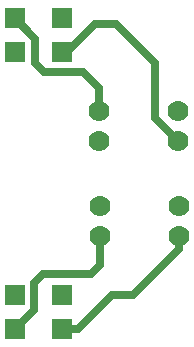
<source format=gbr>
G04 #@! TF.GenerationSoftware,KiCad,Pcbnew,(5.1.6)-1*
G04 #@! TF.CreationDate,2021-04-29T20:15:04-05:00*
G04 #@! TF.ProjectId,BEncoderBoard3(2),42456e63-6f64-4657-9242-6f6172643328,rev?*
G04 #@! TF.SameCoordinates,Original*
G04 #@! TF.FileFunction,Copper,L2,Bot*
G04 #@! TF.FilePolarity,Positive*
%FSLAX46Y46*%
G04 Gerber Fmt 4.6, Leading zero omitted, Abs format (unit mm)*
G04 Created by KiCad (PCBNEW (5.1.6)-1) date 2021-04-29 20:15:04*
%MOMM*%
%LPD*%
G01*
G04 APERTURE LIST*
G04 #@! TA.AperFunction,ComponentPad*
%ADD10R,1.700000X1.700000*%
G04 #@! TD*
G04 #@! TA.AperFunction,ComponentPad*
%ADD11C,1.778000*%
G04 #@! TD*
G04 #@! TA.AperFunction,Conductor*
%ADD12C,0.635000*%
G04 #@! TD*
G04 APERTURE END LIST*
D10*
X171300000Y-97982200D03*
X171300000Y-100819200D03*
X167300000Y-100819200D03*
X167300000Y-97982200D03*
D11*
X174465399Y-108361399D03*
X181165399Y-108361399D03*
X174465399Y-105821399D03*
X181165399Y-105821399D03*
D10*
X171300000Y-124248800D03*
X171300000Y-121412000D03*
X167300000Y-121412000D03*
X167300000Y-124248800D03*
D11*
X174485401Y-116409801D03*
X181185401Y-116409801D03*
X174485401Y-113869801D03*
X181185401Y-113869801D03*
D12*
X168910000Y-122638800D02*
X167300000Y-124248800D01*
X174485401Y-118884599D02*
X173736000Y-119634000D01*
X173736000Y-119634000D02*
X169672000Y-119634000D01*
X168910000Y-120396000D02*
X168910000Y-122638800D01*
X174485401Y-116409801D02*
X174485401Y-118884599D01*
X169672000Y-119634000D02*
X168910000Y-120396000D01*
X181185401Y-117518599D02*
X181185401Y-116409801D01*
X177292000Y-121412000D02*
X181185401Y-117518599D01*
X171300000Y-124248800D02*
X172677200Y-124248800D01*
X175514000Y-121412000D02*
X177292000Y-121412000D01*
X172677200Y-124248800D02*
X175514000Y-121412000D01*
X171734800Y-100819200D02*
X171300000Y-100819200D01*
X179208000Y-106404000D02*
X179208000Y-101728000D01*
X174128000Y-98426000D02*
X171734800Y-100819200D01*
X181165399Y-108361399D02*
X179208000Y-106404000D01*
X175906000Y-98426000D02*
X174128000Y-98426000D01*
X179208000Y-101728000D02*
X175906000Y-98426000D01*
X174465399Y-103835501D02*
X173119898Y-102490000D01*
X174465399Y-105821399D02*
X174465399Y-103835501D01*
X173119898Y-102490000D02*
X169810000Y-102490000D01*
X169810000Y-102490000D02*
X169048000Y-101728000D01*
X169048000Y-99730200D02*
X167300000Y-97982200D01*
X169048000Y-101728000D02*
X169048000Y-99730200D01*
M02*

</source>
